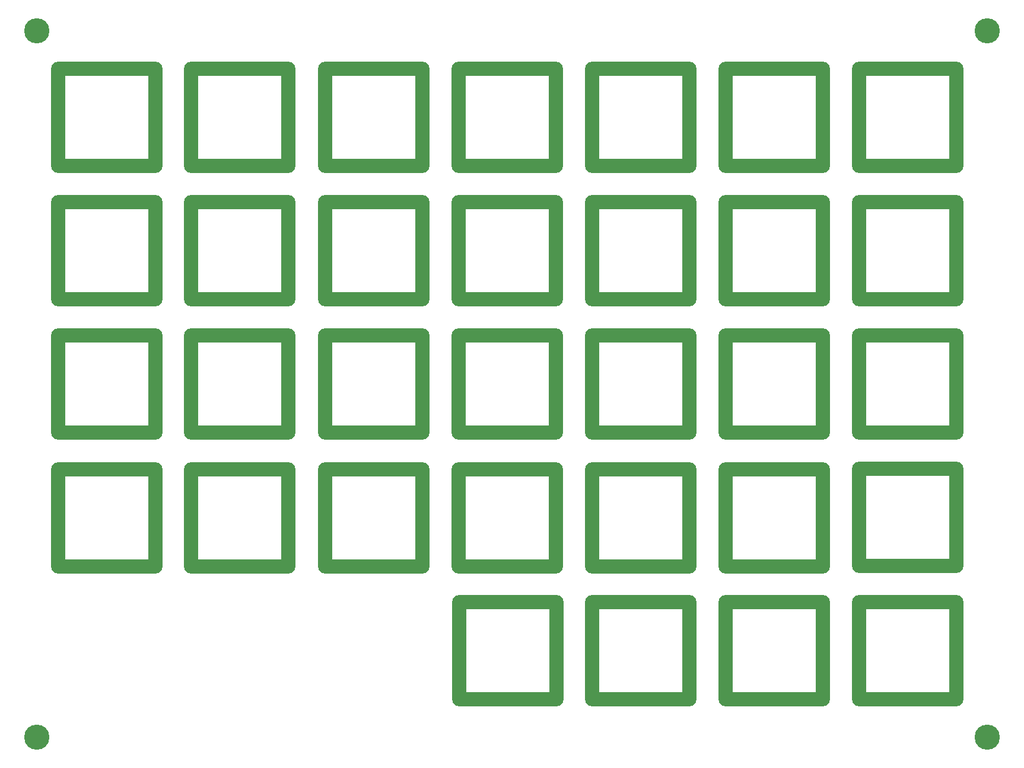
<source format=gbr>
%TF.GenerationSoftware,KiCad,Pcbnew,(7.0.0-0)*%
%TF.CreationDate,2023-04-15T17:33:29+09:00*%
%TF.ProjectId,11111_plates,31313131-315f-4706-9c61-7465732e6b69,rev?*%
%TF.SameCoordinates,Original*%
%TF.FileFunction,Soldermask,Top*%
%TF.FilePolarity,Negative*%
%FSLAX46Y46*%
G04 Gerber Fmt 4.6, Leading zero omitted, Abs format (unit mm)*
G04 Created by KiCad (PCBNEW (7.0.0-0)) date 2023-04-15 17:33:29*
%MOMM*%
%LPD*%
G01*
G04 APERTURE LIST*
%ADD10O,2.000000X15.900000*%
%ADD11O,15.900000X2.000000*%
%ADD12C,3.600000*%
G04 APERTURE END LIST*
D10*
%TO.C,SW46*%
X88934999Y-95306050D03*
D11*
X95884999Y-88356050D03*
X95884999Y-102256050D03*
D10*
X102834999Y-95306050D03*
%TD*%
D12*
%TO.C,REF\u002A\u002A*%
X28780000Y-25696051D03*
%TD*%
D10*
%TO.C,SW34*%
X127034999Y-76136050D03*
D11*
X133984999Y-69186050D03*
X133984999Y-83086050D03*
D10*
X140934999Y-76136050D03*
%TD*%
%TO.C,SW15*%
X31784999Y-57086050D03*
D11*
X38734999Y-50136050D03*
X38734999Y-64036050D03*
D10*
X45684999Y-57086050D03*
%TD*%
%TO.C,SW45*%
X69884999Y-95306050D03*
D11*
X76834999Y-88356050D03*
X76834999Y-102256050D03*
D10*
X83784999Y-95306050D03*
%TD*%
%TO.C,SW57*%
X88994999Y-114236050D03*
D11*
X95944999Y-107286050D03*
X95944999Y-121186050D03*
D10*
X102894999Y-114236050D03*
%TD*%
%TO.C,SW1*%
X31784999Y-38036050D03*
D11*
X38734999Y-31086050D03*
X38734999Y-44986050D03*
D10*
X45684999Y-38036050D03*
%TD*%
%TO.C,SW58*%
X107984999Y-114236050D03*
D11*
X114934999Y-107286050D03*
X114934999Y-121186050D03*
D10*
X121884999Y-114236050D03*
%TD*%
%TO.C,SW16*%
X50764999Y-57086050D03*
D11*
X57714999Y-50136050D03*
X57714999Y-64036050D03*
D10*
X64664999Y-57086050D03*
%TD*%
%TO.C,SW19*%
X107984999Y-57086050D03*
D11*
X114934999Y-50136050D03*
X114934999Y-64036050D03*
D10*
X121884999Y-57086050D03*
%TD*%
%TO.C,SW43*%
X31784999Y-95306050D03*
D11*
X38734999Y-88356050D03*
X38734999Y-102256050D03*
D10*
X45684999Y-95306050D03*
%TD*%
%TO.C,SW47*%
X107984999Y-95306050D03*
D11*
X114934999Y-88356050D03*
X114934999Y-102256050D03*
D10*
X121884999Y-95306050D03*
%TD*%
%TO.C,SW35*%
X146084999Y-76136050D03*
D11*
X153034999Y-69186050D03*
X153034999Y-83086050D03*
D10*
X159984999Y-76136050D03*
%TD*%
%TO.C,SW30*%
X50764999Y-76136050D03*
D11*
X57714999Y-69186050D03*
X57714999Y-83086050D03*
D10*
X64664999Y-76136050D03*
%TD*%
%TO.C,SW33*%
X107984999Y-76136050D03*
D11*
X114934999Y-69186050D03*
X114934999Y-83086050D03*
D10*
X121884999Y-76136050D03*
%TD*%
%TO.C,SW6*%
X127034999Y-38036050D03*
D11*
X133984999Y-31086050D03*
X133984999Y-44986050D03*
D10*
X140934999Y-38036050D03*
%TD*%
%TO.C,SW44*%
X50764999Y-95306050D03*
D11*
X57714999Y-88356050D03*
X57714999Y-102256050D03*
D10*
X64664999Y-95306050D03*
%TD*%
D12*
%TO.C,REF\u002A\u002A*%
X28780000Y-126596051D03*
%TD*%
D10*
%TO.C,SW49*%
X146084999Y-95186050D03*
D11*
X153034999Y-88236050D03*
X153034999Y-102136050D03*
D10*
X159984999Y-95186050D03*
%TD*%
%TO.C,SW21*%
X146084999Y-57086050D03*
D11*
X153034999Y-50136050D03*
X153034999Y-64036050D03*
D10*
X159984999Y-57086050D03*
%TD*%
%TO.C,SW29*%
X31784999Y-76136050D03*
D11*
X38734999Y-69186050D03*
X38734999Y-83086050D03*
D10*
X45684999Y-76136050D03*
%TD*%
%TO.C,SW4*%
X88934999Y-38036050D03*
D11*
X95884999Y-31086050D03*
X95884999Y-44986050D03*
D10*
X102834999Y-38036050D03*
%TD*%
%TO.C,SW59*%
X127034999Y-114236050D03*
D11*
X133984999Y-107286050D03*
X133984999Y-121186050D03*
D10*
X140934999Y-114236050D03*
%TD*%
%TO.C,SW20*%
X127034999Y-57086050D03*
D11*
X133984999Y-50136050D03*
X133984999Y-64036050D03*
D10*
X140934999Y-57086050D03*
%TD*%
%TO.C,SW32*%
X88934999Y-76136050D03*
D11*
X95884999Y-69186050D03*
X95884999Y-83086050D03*
D10*
X102834999Y-76136050D03*
%TD*%
%TO.C,SW2*%
X50764999Y-38036050D03*
D11*
X57714999Y-31086050D03*
X57714999Y-44986050D03*
D10*
X64664999Y-38036050D03*
%TD*%
%TO.C,SW3*%
X69884999Y-38036050D03*
D11*
X76834999Y-31086050D03*
X76834999Y-44986050D03*
D10*
X83784999Y-38036050D03*
%TD*%
%TO.C,SW7*%
X146084999Y-38036050D03*
D11*
X153034999Y-31086050D03*
X153034999Y-44986050D03*
D10*
X159984999Y-38036050D03*
%TD*%
%TO.C,SW17*%
X69884999Y-57086050D03*
D11*
X76834999Y-50136050D03*
X76834999Y-64036050D03*
D10*
X83784999Y-57086050D03*
%TD*%
%TO.C,SW48*%
X127034999Y-95306050D03*
D11*
X133984999Y-88356050D03*
X133984999Y-102256050D03*
D10*
X140934999Y-95306050D03*
%TD*%
%TO.C,SW60*%
X146084999Y-114236050D03*
D11*
X153034999Y-107286050D03*
X153034999Y-121186050D03*
D10*
X159984999Y-114236050D03*
%TD*%
%TO.C,SW18*%
X88934999Y-57086050D03*
D11*
X95884999Y-50136050D03*
X95884999Y-64036050D03*
D10*
X102834999Y-57086050D03*
%TD*%
D12*
%TO.C,REF\u002A\u002A*%
X164400000Y-126596051D03*
%TD*%
D10*
%TO.C,SW31*%
X69884999Y-76136050D03*
D11*
X76834999Y-69186050D03*
X76834999Y-83086050D03*
D10*
X83784999Y-76136050D03*
%TD*%
D12*
%TO.C,REF\u002A\u002A*%
X164400000Y-25696051D03*
%TD*%
D10*
%TO.C,SW5*%
X107984999Y-38036050D03*
D11*
X114934999Y-31086050D03*
X114934999Y-44986050D03*
D10*
X121884999Y-38036050D03*
%TD*%
M02*

</source>
